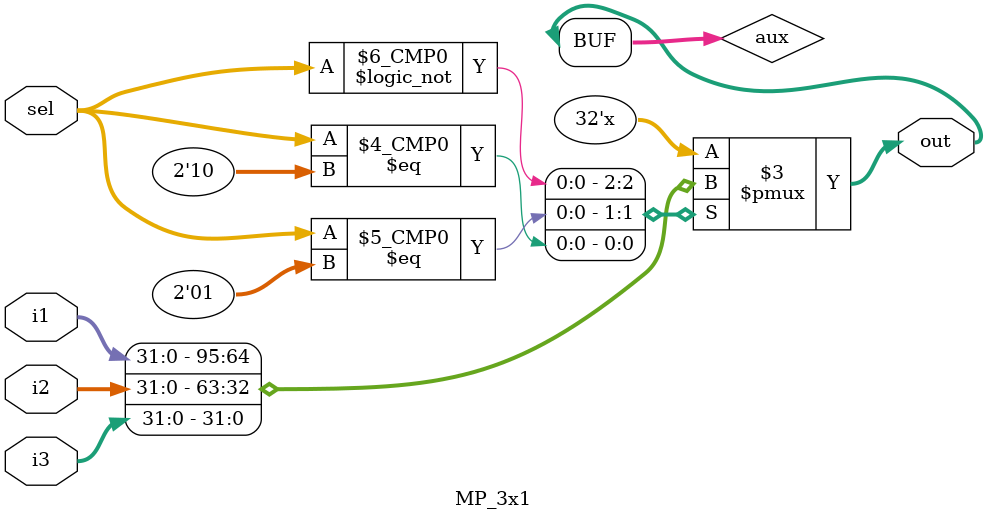
<source format=v>
/*
Multiplexor: Modulo que permite la entrada de multiples
señales y elegir una de ellas para establecer una salida única.
*/

module MP_3x1(
    input wire  [31:0]  i1,
    input wire  [31:0]  i2,
    input wire  [31:0]  i3,
    input wire  [1:0]  sel,
    output wire [31:0] out
);
reg [31:0] aux;

always@(*)
    begin
        case(sel)
            2'b00:
                aux = i1;
            2'b01:
                aux = i2;
            2'b10:
                aux = i3;                
        endcase
    end
assign out = aux;

endmodule
</source>
